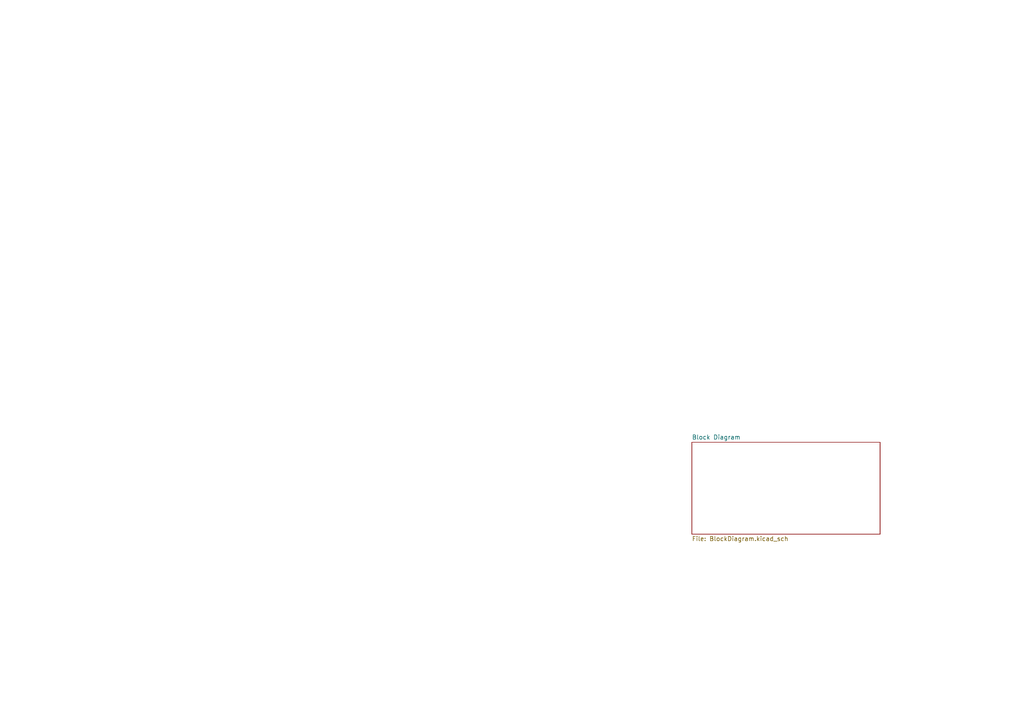
<source format=kicad_sch>
(kicad_sch
	(version 20250114)
	(generator "eeschema")
	(generator_version "9.0")
	(uuid "eadab778-ea7c-433e-b0bd-0d0c238907e0")
	(paper "A4")
	(lib_symbols)
	(sheet
		(at 200.66 128.27)
		(size 54.61 26.67)
		(exclude_from_sim no)
		(in_bom yes)
		(on_board yes)
		(dnp no)
		(fields_autoplaced yes)
		(stroke
			(width 0.1524)
			(type solid)
		)
		(fill
			(color 0 0 0 0.0000)
		)
		(uuid "37dfacfc-f3f5-4a09-9e7e-ab0b8ea302f6")
		(property "Sheetname" "Block Diagram"
			(at 200.66 127.5584 0)
			(effects
				(font
					(size 1.27 1.27)
				)
				(justify left bottom)
			)
		)
		(property "Sheetfile" "BlockDiagram.kicad_sch"
			(at 200.66 155.5246 0)
			(effects
				(font
					(size 1.27 1.27)
				)
				(justify left top)
			)
		)
		(instances
			(project "MADC_ARTY"
				(path "/eadab778-ea7c-433e-b0bd-0d0c238907e0"
					(page "2")
				)
			)
		)
	)
	(sheet_instances
		(path "/"
			(page "1")
		)
	)
	(embedded_fonts no)
)

</source>
